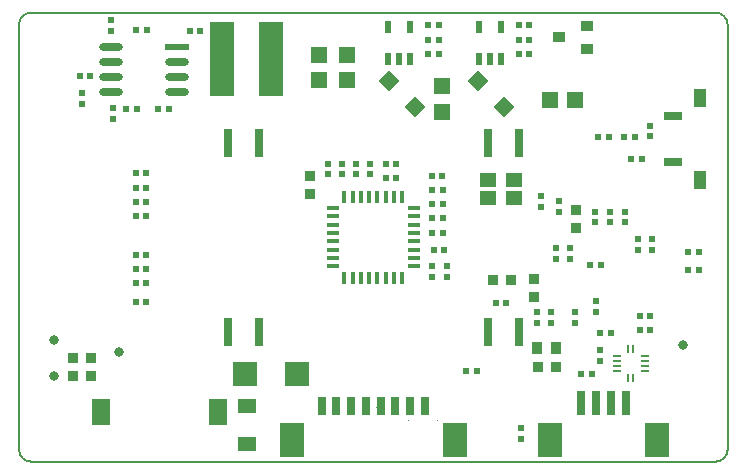
<source format=gbp>
%FSLAX44Y44*%
%MOMM*%
G71*
G01*
G75*
G04 Layer_Color=128*
%ADD10R,0.5000X0.6000*%
%ADD11R,0.6000X0.5000*%
%ADD12R,0.5000X1.1000*%
%ADD13R,1.1000X0.5000*%
%ADD14R,0.8128X0.8128*%
%ADD15R,1.0160X0.8890*%
%ADD16R,2.4000X1.2500*%
%ADD17R,1.2000X1.2500*%
%ADD18R,0.8890X1.0160*%
%ADD19R,1.6002X1.2954*%
%ADD20R,0.7600X1.5200*%
%ADD21R,0.8128X0.8128*%
%ADD22R,1.0668X0.8128*%
G04:AMPARAMS|DCode=23|XSize=0.22mm|YSize=0.8mm|CornerRadius=0mm|HoleSize=0mm|Usage=FLASHONLY|Rotation=90.000|XOffset=0mm|YOffset=0mm|HoleType=Round|Shape=RoundedRectangle|*
%AMROUNDEDRECTD23*
21,1,0.2200,0.8000,0,0,90.0*
21,1,0.2200,0.8000,0,0,90.0*
1,1,0.0000,0.4000,0.1100*
1,1,0.0000,0.4000,-0.1100*
1,1,0.0000,-0.4000,-0.1100*
1,1,0.0000,-0.4000,0.1100*
%
%ADD23ROUNDEDRECTD23*%
G04:AMPARAMS|DCode=24|XSize=0.22mm|YSize=0.8mm|CornerRadius=0mm|HoleSize=0mm|Usage=FLASHONLY|Rotation=0.000|XOffset=0mm|YOffset=0mm|HoleType=Round|Shape=RoundedRectangle|*
%AMROUNDEDRECTD24*
21,1,0.2200,0.8000,0,0,0.0*
21,1,0.2200,0.8000,0,0,0.0*
1,1,0.0000,0.1100,-0.4000*
1,1,0.0000,-0.1100,-0.4000*
1,1,0.0000,-0.1100,0.4000*
1,1,0.0000,0.1100,0.4000*
%
%ADD24ROUNDEDRECTD24*%
%ADD25R,4.3000X4.3000*%
%ADD26R,0.7000X0.6000*%
%ADD27R,1.2500X0.3000*%
%ADD28R,0.7000X1.6000*%
%ADD29R,1.1000X1.4000*%
%ADD30R,1.6000X1.4000*%
%ADD31R,1.2000X2.2000*%
%ADD32R,1.2000X1.4000*%
%ADD33R,0.8000X1.6000*%
%ADD34R,1.4000X0.6000*%
%ADD35P,1.8385X4X90.0*%
%ADD36R,1.2700X0.5080*%
%ADD37R,1.3970X1.3970*%
%ADD38R,1.2000X1.6000*%
%ADD39R,1.5000X0.4000*%
%ADD40C,0.4000*%
%ADD41C,0.2000*%
%ADD42C,0.3000*%
%ADD43C,0.2540*%
%ADD44C,0.1270*%
%ADD45C,0.6000*%
%ADD46R,1.3000X1.2000*%
%ADD47C,0.0254*%
%ADD48C,4.4000*%
%ADD49C,0.5000*%
G04:AMPARAMS|DCode=50|XSize=4mm|YSize=4mm|CornerRadius=2mm|HoleSize=0mm|Usage=FLASHONLY|Rotation=0.000|XOffset=0mm|YOffset=0mm|HoleType=Round|Shape=RoundedRectangle|*
%AMROUNDEDRECTD50*
21,1,4.0000,0.0000,0,0,0.0*
21,1,0.0000,4.0000,0,0,0.0*
1,1,4.0000,0.0000,0.0000*
1,1,4.0000,0.0000,0.0000*
1,1,4.0000,0.0000,0.0000*
1,1,4.0000,0.0000,0.0000*
%
%ADD50ROUNDEDRECTD50*%
%ADD51R,1.5240X1.5240*%
%ADD52C,1.5240*%
%ADD53C,3.6000*%
%ADD54R,1.4000X1.2000*%
%ADD55R,0.4000X1.0000*%
%ADD56R,1.0000X0.4000*%
%ADD57R,1.6000X1.2000*%
%ADD58O,2.0320X0.6096*%
%ADD59R,2.0320X0.6096*%
%ADD60R,0.7250X2.3500*%
%ADD61R,1.3970X1.3970*%
%ADD62P,1.8385X4X180.0*%
%ADD63R,0.2000X0.7500*%
%ADD64R,0.7500X0.2000*%
%ADD65R,1.5000X0.8000*%
%ADD66R,1.0000X1.5000*%
%ADD67R,2.1000X3.0000*%
%ADD68R,0.8000X2.1000*%
%ADD69R,1.6000X2.2000*%
%ADD70C,0.8000*%
G04:AMPARAMS|DCode=71|XSize=2mm|YSize=2mm|CornerRadius=0mm|HoleSize=0mm|Usage=FLASHONLY|Rotation=180.000|XOffset=0mm|YOffset=0mm|HoleType=Round|Shape=RoundedRectangle|*
%AMROUNDEDRECTD71*
21,1,2.0000,2.0000,0,0,180.0*
21,1,2.0000,2.0000,0,0,180.0*
1,1,0.0000,-1.0000,1.0000*
1,1,0.0000,1.0000,1.0000*
1,1,0.0000,1.0000,-1.0000*
1,1,0.0000,-1.0000,-1.0000*
%
%ADD71ROUNDEDRECTD71*%
%ADD72R,2.1500X6.3000*%
%ADD73C,0.8000*%
%ADD74R,1.1000X0.4000*%
%ADD75R,1.9250X2.3500*%
%ADD76C,4.0000*%
%ADD77C,0.1250*%
%ADD78C,0.1524*%
%ADD79C,0.1200*%
%ADD80C,0.2032*%
%ADD81C,0.1000*%
%ADD82R,0.7000X0.8000*%
%ADD83R,0.8000X0.7000*%
%ADD84R,0.7000X1.3000*%
%ADD85R,1.3000X0.7000*%
%ADD86R,1.0128X1.0128*%
%ADD87R,1.2160X1.0890*%
%ADD88R,2.6000X1.4500*%
%ADD89R,1.4000X1.4500*%
%ADD90R,1.0890X1.2160*%
%ADD91R,1.8002X1.4954*%
%ADD92R,0.9600X1.7200*%
%ADD93R,1.0128X1.0128*%
%ADD94R,1.2668X1.0128*%
G04:AMPARAMS|DCode=95|XSize=0.42mm|YSize=1mm|CornerRadius=0mm|HoleSize=0mm|Usage=FLASHONLY|Rotation=90.000|XOffset=0mm|YOffset=0mm|HoleType=Round|Shape=RoundedRectangle|*
%AMROUNDEDRECTD95*
21,1,0.4200,1.0000,0,0,90.0*
21,1,0.4200,1.0000,0,0,90.0*
1,1,0.0000,0.5000,0.2100*
1,1,0.0000,0.5000,-0.2100*
1,1,0.0000,-0.5000,-0.2100*
1,1,0.0000,-0.5000,0.2100*
%
%ADD95ROUNDEDRECTD95*%
G04:AMPARAMS|DCode=96|XSize=0.42mm|YSize=1mm|CornerRadius=0mm|HoleSize=0mm|Usage=FLASHONLY|Rotation=0.000|XOffset=0mm|YOffset=0mm|HoleType=Round|Shape=RoundedRectangle|*
%AMROUNDEDRECTD96*
21,1,0.4200,1.0000,0,0,0.0*
21,1,0.4200,1.0000,0,0,0.0*
1,1,0.0000,0.2100,-0.5000*
1,1,0.0000,-0.2100,-0.5000*
1,1,0.0000,-0.2100,0.5000*
1,1,0.0000,0.2100,0.5000*
%
%ADD96ROUNDEDRECTD96*%
%ADD97R,4.5000X4.5000*%
%ADD98R,0.9000X0.8000*%
%ADD99R,1.4500X0.5000*%
%ADD100R,0.9000X1.8000*%
%ADD101R,1.3000X1.6000*%
%ADD102R,1.8000X1.6000*%
%ADD103R,1.4000X2.4000*%
%ADD104R,1.4000X1.6000*%
%ADD105R,1.0000X1.8000*%
%ADD106R,1.6000X0.8000*%
%ADD107P,2.1213X4X90.0*%
%ADD108R,1.4700X0.7080*%
%ADD109R,1.5970X1.5970*%
%ADD110R,1.4000X1.8000*%
%ADD111R,1.7000X0.6000*%
%ADD112C,4.6000*%
%ADD113C,0.7000*%
G04:AMPARAMS|DCode=114|XSize=4.2mm|YSize=4.2mm|CornerRadius=2.1mm|HoleSize=0mm|Usage=FLASHONLY|Rotation=0.000|XOffset=0mm|YOffset=0mm|HoleType=Round|Shape=RoundedRectangle|*
%AMROUNDEDRECTD114*
21,1,4.2000,0.0000,0,0,0.0*
21,1,0.0000,4.2000,0,0,0.0*
1,1,4.2000,0.0000,0.0000*
1,1,4.2000,0.0000,0.0000*
1,1,4.2000,0.0000,0.0000*
1,1,4.2000,0.0000,0.0000*
%
%ADD114ROUNDEDRECTD114*%
%ADD115R,1.7240X1.7240*%
%ADD116C,1.7240*%
%ADD117R,1.0750X0.6000*%
%ADD118R,1.4000X2.5500*%
%ADD119R,0.6000X1.2000*%
%ADD120R,1.2000X0.6000*%
%ADD121R,1.8000X1.4000*%
%ADD122O,2.2320X0.8096*%
%ADD123R,2.2320X0.8096*%
%ADD124R,0.9250X2.5500*%
%ADD125R,1.5970X1.5970*%
%ADD126P,2.1213X4X180.0*%
%ADD127R,0.4000X0.9500*%
%ADD128R,0.9500X0.4000*%
%ADD129R,1.7000X1.0000*%
%ADD130R,1.2000X1.7000*%
%ADD131R,2.3000X3.2000*%
%ADD132R,1.0000X2.3000*%
%ADD133R,1.8000X2.4000*%
%ADD134C,1.0000*%
G04:AMPARAMS|DCode=135|XSize=2.2mm|YSize=2.2mm|CornerRadius=0mm|HoleSize=0mm|Usage=FLASHONLY|Rotation=180.000|XOffset=0mm|YOffset=0mm|HoleType=Round|Shape=RoundedRectangle|*
%AMROUNDEDRECTD135*
21,1,2.2000,2.2000,0,0,180.0*
21,1,2.2000,2.2000,0,0,180.0*
1,1,0.0000,-1.1000,1.1000*
1,1,0.0000,1.1000,1.1000*
1,1,0.0000,1.1000,-1.1000*
1,1,0.0000,-1.1000,-1.1000*
%
%ADD135ROUNDEDRECTD135*%
%ADD136R,2.3500X6.5000*%
%ADD137C,4.2000*%
D10*
X49770Y28000D02*
D03*
X58770D02*
D03*
X49770Y16000D02*
D03*
X58770D02*
D03*
X19500Y50000D02*
D03*
X10500D02*
D03*
X49500Y52000D02*
D03*
X58500D02*
D03*
X49770Y40000D02*
D03*
X58770D02*
D03*
X123230Y167031D02*
D03*
X132230D02*
D03*
X55656Y154830D02*
D03*
X46656D02*
D03*
X55656Y179230D02*
D03*
X46656D02*
D03*
X234500Y-79000D02*
D03*
X225500D02*
D03*
X234500Y-67000D02*
D03*
X225500D02*
D03*
X-199978Y108729D02*
D03*
X-208978D02*
D03*
X190500Y85000D02*
D03*
X199500D02*
D03*
X-192101Y-55000D02*
D03*
X-201101D02*
D03*
X183500Y-24000D02*
D03*
X192500D02*
D03*
X103500Y-56000D02*
D03*
X112500D02*
D03*
X78500Y-113000D02*
D03*
X87500D02*
D03*
X60040Y-11000D02*
D03*
X51040D02*
D03*
X176000Y-116000D02*
D03*
X185000D02*
D03*
X221500Y85000D02*
D03*
X212500D02*
D03*
X19500Y62000D02*
D03*
X10500D02*
D03*
X-155354Y174853D02*
D03*
X-146354D02*
D03*
X266500Y-13000D02*
D03*
X275500D02*
D03*
Y-28000D02*
D03*
X266500D02*
D03*
X-239500Y136000D02*
D03*
X-248500D02*
D03*
X-192003Y175642D02*
D03*
X-201003D02*
D03*
X-173062Y108887D02*
D03*
X-182062D02*
D03*
X58770Y3500D02*
D03*
X49770D02*
D03*
X46656Y167031D02*
D03*
X55656D02*
D03*
X-201101Y30000D02*
D03*
X-192101D02*
D03*
X-201101Y42000D02*
D03*
X-192101D02*
D03*
X-201101Y18000D02*
D03*
X-192101D02*
D03*
X-201101Y-39000D02*
D03*
X-192101D02*
D03*
X-201101Y-15000D02*
D03*
X-192101D02*
D03*
X-201101Y-27000D02*
D03*
X-192101D02*
D03*
Y54000D02*
D03*
X-201101D02*
D03*
X201123Y-81350D02*
D03*
X192123D02*
D03*
X132230Y179230D02*
D03*
X123230D02*
D03*
Y154830D02*
D03*
X132230D02*
D03*
X227500Y66000D02*
D03*
X218500D02*
D03*
D11*
X-14588Y53230D02*
D03*
Y62230D02*
D03*
X-2730D02*
D03*
Y53230D02*
D03*
X142000Y34500D02*
D03*
Y25500D02*
D03*
X-38730Y53230D02*
D03*
Y62230D02*
D03*
X-26730Y53230D02*
D03*
Y62230D02*
D03*
X-220676Y99941D02*
D03*
Y108941D02*
D03*
X62081Y-24500D02*
D03*
Y-33500D02*
D03*
X188178Y-54500D02*
D03*
Y-63500D02*
D03*
X234000Y94500D02*
D03*
Y85500D02*
D03*
X139000Y-63500D02*
D03*
Y-72500D02*
D03*
X157000Y21500D02*
D03*
Y30500D02*
D03*
X150678Y-72500D02*
D03*
Y-63500D02*
D03*
X170678D02*
D03*
Y-72500D02*
D03*
X50000Y-33500D02*
D03*
Y-24500D02*
D03*
X-222000Y183500D02*
D03*
Y174500D02*
D03*
X200000Y21500D02*
D03*
Y12500D02*
D03*
X188000Y21500D02*
D03*
Y12500D02*
D03*
X236000Y-1500D02*
D03*
Y-10500D02*
D03*
X224000D02*
D03*
Y-1500D02*
D03*
X213000Y12500D02*
D03*
Y21500D02*
D03*
X-246450Y113000D02*
D03*
Y122000D02*
D03*
X166632Y-18534D02*
D03*
Y-9534D02*
D03*
X192000Y-95500D02*
D03*
Y-104500D02*
D03*
X155000Y-18500D02*
D03*
Y-9500D02*
D03*
X124750Y-170500D02*
D03*
Y-161500D02*
D03*
D12*
X108230Y177730D02*
D03*
X89230D02*
D03*
Y150730D02*
D03*
X98730D02*
D03*
X108230D02*
D03*
X31500Y177730D02*
D03*
X12500D02*
D03*
Y150730D02*
D03*
X22000D02*
D03*
X31500D02*
D03*
D14*
X-238830Y-117500D02*
D03*
X-254070D02*
D03*
X-238830Y-102500D02*
D03*
X-254070D02*
D03*
X116620Y-36000D02*
D03*
X101380D02*
D03*
X154620Y-110000D02*
D03*
X139380D02*
D03*
D18*
X155001Y-94000D02*
D03*
X138999D02*
D03*
D21*
X-54000Y36380D02*
D03*
Y51620D02*
D03*
X172000Y22620D02*
D03*
Y7380D02*
D03*
X136000Y-35135D02*
D03*
Y-50375D02*
D03*
D22*
X180544Y178589D02*
D03*
Y159513D02*
D03*
X157608Y169051D02*
D03*
D33*
X43750Y-142584D02*
D03*
X18750D02*
D03*
X-43750D02*
D03*
X-31250D02*
D03*
X-18750D02*
D03*
X-6250D02*
D03*
X6250D02*
D03*
X31250D02*
D03*
D37*
X170795Y116000D02*
D03*
X149205D02*
D03*
D41*
X289941Y-190000D02*
G03*
X299941Y-180000I0J10000D01*
G01*
Y180000D02*
G03*
X289941Y190000I-10000J0D01*
G01*
X-300000Y-180000D02*
G03*
X-290000Y-190000I10000J0D01*
G01*
Y190000D02*
G03*
X-300000Y180000I0J-10000D01*
G01*
X300000Y-180000D02*
Y180000D01*
X-300000Y-180000D02*
Y180000D01*
X-290000Y-190000D02*
X289941Y-190000D01*
X-290000Y190000D02*
X289941Y190000D01*
D47*
X53993Y-154584D02*
X54000D01*
X27493Y-143984D02*
X27500D01*
X2493D02*
X2500D01*
X28993Y-154584D02*
X29000D01*
D54*
X119364Y48340D02*
D03*
X97364D02*
D03*
Y33340D02*
D03*
X119364D02*
D03*
D55*
X-24500Y34250D02*
D03*
X-17500D02*
D03*
X-10500D02*
D03*
X17500D02*
D03*
X10500D02*
D03*
X3500D02*
D03*
X-3500D02*
D03*
X-24500Y-34250D02*
D03*
X-17500D02*
D03*
X-10500D02*
D03*
X17500D02*
D03*
X10500D02*
D03*
X3500D02*
D03*
X-3500D02*
D03*
X24500D02*
D03*
Y34250D02*
D03*
D56*
X-34250Y-3500D02*
D03*
Y3500D02*
D03*
Y10500D02*
D03*
Y17500D02*
D03*
Y24500D02*
D03*
Y-10500D02*
D03*
Y-17500D02*
D03*
Y-24500D02*
D03*
X34250D02*
D03*
Y-17500D02*
D03*
Y-10500D02*
D03*
Y24500D02*
D03*
Y17500D02*
D03*
Y10500D02*
D03*
Y3500D02*
D03*
Y-3500D02*
D03*
D57*
X-107000Y-143000D02*
D03*
Y-175000D02*
D03*
D58*
X-222080Y161390D02*
D03*
Y148691D02*
D03*
Y135990D02*
D03*
Y123291D02*
D03*
X-166200D02*
D03*
Y135990D02*
D03*
Y148691D02*
D03*
D59*
Y161390D02*
D03*
D60*
X-123000Y80000D02*
D03*
X-97000D02*
D03*
X97000D02*
D03*
X123000D02*
D03*
Y-80000D02*
D03*
X97000D02*
D03*
X-97000D02*
D03*
X-123000D02*
D03*
D61*
X-46251Y154443D02*
D03*
Y132853D02*
D03*
X58000Y106205D02*
D03*
Y127795D02*
D03*
X-22189Y132853D02*
D03*
Y154443D02*
D03*
D62*
X13000Y132000D02*
D03*
X35000Y110000D02*
D03*
X89000Y132000D02*
D03*
X111000Y110000D02*
D03*
D63*
X216000Y-95000D02*
D03*
X220000D02*
D03*
Y-119000D02*
D03*
X216000D02*
D03*
D64*
X230000Y-101000D02*
D03*
Y-105000D02*
D03*
Y-109000D02*
D03*
Y-113000D02*
D03*
X206000D02*
D03*
Y-109000D02*
D03*
Y-105000D02*
D03*
Y-101000D02*
D03*
D65*
X253700Y63200D02*
D03*
Y102900D02*
D03*
D66*
X276300Y48000D02*
D03*
Y118000D02*
D03*
D67*
X240000Y-171584D02*
D03*
X150000D02*
D03*
X69250D02*
D03*
X-69250D02*
D03*
D68*
X176250Y-140584D02*
D03*
X188750D02*
D03*
X201250D02*
D03*
X213750D02*
D03*
D69*
X-230649Y-147781D02*
D03*
X-131149D02*
D03*
D70*
X-270400Y-87500D02*
D03*
Y-117500D02*
D03*
X262000Y-91000D02*
D03*
X-215000Y-97500D02*
D03*
D71*
X-65000Y-116000D02*
D03*
X-109000D02*
D03*
D72*
X-127831Y150546D02*
D03*
X-86331D02*
D03*
M02*

</source>
